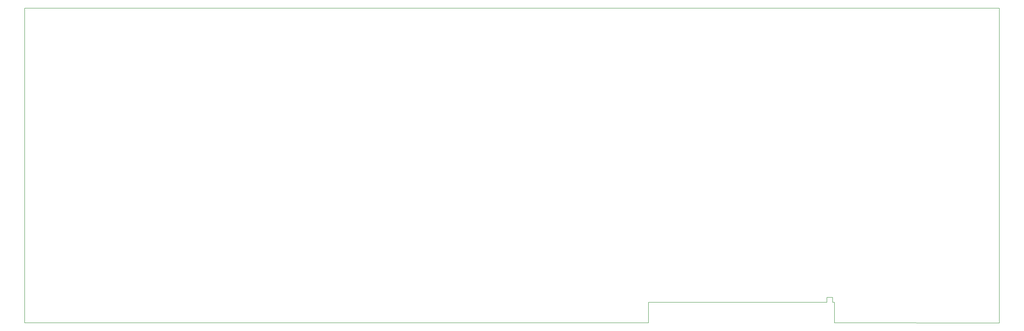
<source format=gbr>
G04 #@! TF.GenerationSoftware,KiCad,Pcbnew,5.1.6-c6e7f7d~87~ubuntu18.04.1*
G04 #@! TF.CreationDate,2020-10-17T10:37:57+01:00*
G04 #@! TF.ProjectId,ossw,6f737377-2e6b-4696-9361-645f70636258,1.1*
G04 #@! TF.SameCoordinates,Original*
G04 #@! TF.FileFunction,Profile,NP*
%FSLAX46Y46*%
G04 Gerber Fmt 4.6, Leading zero omitted, Abs format (unit mm)*
G04 Created by KiCad (PCBNEW 5.1.6-c6e7f7d~87~ubuntu18.04.1) date 2020-10-17 10:37:57*
%MOMM*%
%LPD*%
G01*
G04 APERTURE LIST*
G04 #@! TA.AperFunction,Profile*
%ADD10C,0.150000*%
G04 #@! TD*
G04 APERTURE END LIST*
D10*
X432257200Y-250698000D02*
X431444400Y-250698000D01*
X429107600Y-248615200D02*
X429107600Y-250698000D01*
X431444400Y-250698000D02*
X431444400Y-248615200D01*
X429107600Y-248615200D02*
X431444400Y-248615200D01*
X500151400Y-259207000D02*
X432257200Y-259181600D01*
X98602800Y-259179400D02*
X355574600Y-259181600D01*
X355574600Y-250698000D02*
X355574600Y-259181600D01*
X417245800Y-250698000D02*
X355574600Y-250698000D01*
X432257200Y-250698000D02*
X432257200Y-259181600D01*
X417245800Y-250698000D02*
X429107600Y-250698000D01*
X500151400Y-129181600D02*
X500151400Y-259207000D01*
X98653600Y-129154000D02*
X98602800Y-259179400D01*
X98653600Y-129154000D02*
X500151400Y-129181600D01*
M02*

</source>
